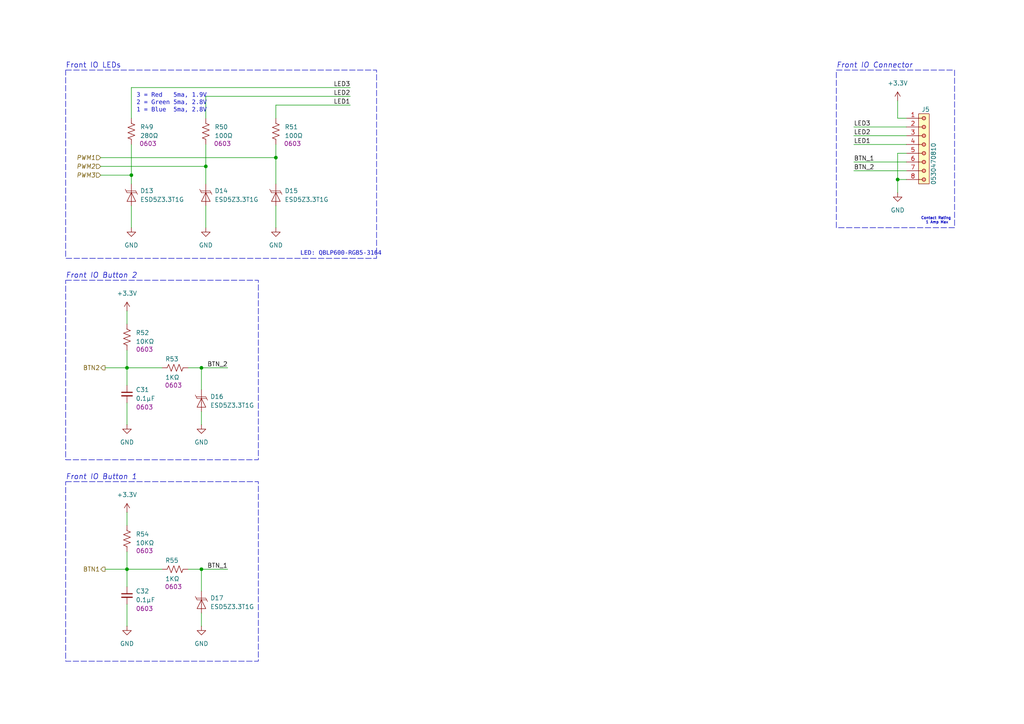
<source format=kicad_sch>
(kicad_sch (version 20250114) (generator "eeschema") (generator_version "9.0")
  (paper "A4")
  (title_block (title "Lark Print Engine") (date "2025-10-08") (rev "01.00.01") (comment 1 "Thermal Print Engine") (comment 2 "Designer: HamSlices") (comment 3 "The Lark Project"))
  (lib_symbols
    (symbol "Molex:0530470810" (pin_names (offset 1.016) (hide yes))
      (property "Reference" "J" (at -1.27 2.286 0))
      (property "Value" "0530470810" (at 0.508 -20.828 0))
      (symbol "0530470810_0_1"
        (polyline (pts (xy 0.508 0) (xy 1.27 0)))
        (polyline (pts (xy 0.508 -5.08) (xy 1.27 -5.08)))
        (polyline (pts (xy 0.508 -10.16) (xy 1.27 -10.16)))
        (polyline (pts (xy 0.508 -15.24) (xy 1.27 -15.24)))
        (polyline (pts (xy 1.27 -2.54) (xy 0.508 -2.54)))
        (polyline (pts (xy 1.27 -7.62) (xy 0.508 -7.62)))
        (polyline (pts (xy 1.27 -12.7) (xy 0.508 -12.7)))
        (polyline (pts (xy 1.27 -17.78) (xy 0.508 -17.78)))
      )
      (symbol "0530470810_1_1"
        (rectangle (start -1.524 1.27) (end 1.524 -19.05) (fill (type background)))
        (circle (center 0 0) (radius 0.508) (fill (type color) (color 255 170 149 1)))
        (circle (center 0 -2.54) (radius 0.508) (fill (type color) (color 255 169 150 1)))
        (circle (center 0 -5.08) (radius 0.508) (fill (type color) (color 255 170 149 1)))
        (circle (center 0 -7.62) (radius 0.508) (fill (type color) (color 255 169 150 1)))
        (circle (center 0 -10.16) (radius 0.508) (fill (type color) (color 255 170 149 1)))
        (circle (center 0 -12.7) (radius 0.508) (fill (type color) (color 255 169 150 1)))
        (circle (center 0 -15.24) (radius 0.508) (fill (type color) (color 255 170 149 1)))
        (circle (center 0 -17.78) (radius 0.508) (fill (type color) (color 255 169 150 1)))
        (pin passive line (at 5.08 0 180) (length 3.81) (name "Pin_1") (number "1"))
        (pin passive line (at 5.08 -2.54 180) (length 3.81) (name "Pin_2") (number "2"))
        (pin passive line (at 5.08 -5.08 180) (length 3.81) (name "Pin_3") (number "3"))
        (pin passive line (at 5.08 -7.62 180) (length 3.81) (name "Pin_4") (number "4"))
        (pin passive line (at 5.08 -10.16 180) (length 3.81) (name "Pin_5") (number "5"))
        (pin passive line (at 5.08 -12.7 180) (length 3.81) (name "Pin_6") (number "6"))
        (pin passive line (at 5.08 -15.24 180) (length 3.81) (name "Pin_7") (number "7"))
        (pin passive line (at 5.08 -17.78 180) (length 3.81) (name "Pin_8") (number "8"))
      )
    )
    (symbol "Murata Electronics:Capacitor" (pin_numbers (hide yes)) (pin_names (offset 0.254) (hide yes))
      (property "Reference" "C" (at 0.254 1.778 0))
      (property "Value" "Capacitor" (at 0.254 -2.032 0))
      (symbol "Capacitor_0_1"
        (polyline (pts (xy -1.524 0.508) (xy 1.524 0.508)) (stroke (width 0.3048)))
        (polyline (pts (xy -1.524 -0.508) (xy 1.524 -0.508)) (stroke (width 0.3302)))
      )
      (symbol "Capacitor_1_1"
        (pin passive line (at 0 2.54 270) (length 2.032) (name "~") (number "1"))
        (pin passive line (at 0 -2.54 90) (length 2.032) (name "~") (number "2"))
      )
    )
    (symbol "Stackpole:Resistor" (pin_numbers (hide yes)) (pin_names (offset 0))
      (property "Reference" "R" (at 2.54 0 90))
      (property "Value" "Resistor" (at -2.54 0 90))
      (symbol "Resistor_0_1"
        (polyline (pts (xy 0 2.286) (xy 0 2.54)))
        (polyline (pts (xy 0 2.286) (xy 1.016 1.905) (xy 0 1.524) (xy -1.016 1.143) (xy 0 0.762)))
        (polyline (pts (xy 0 0.762) (xy 1.016 0.381) (xy 0 0) (xy -1.016 -0.381) (xy 0 -0.762)))
        (polyline (pts (xy 0 -0.762) (xy 1.016 -1.143) (xy 0 -1.524) (xy -1.016 -1.905) (xy 0 -2.286)))
        (polyline (pts (xy 0 -2.286) (xy 0 -2.54)))
      )
      (symbol "Resistor_1_1"
        (pin passive line (at 0 3.81 270) (length 1.27) (name "~") (number "1"))
        (pin passive line (at 0 -3.81 90) (length 1.27) (name "~") (number "2"))
      )
    )
    (symbol "onsemi:ESD5Z3.3T1G" (pin_numbers (hide yes)) (pin_names (offset 1.016) (hide yes))
      (property "Reference" "D" (at 0 2.54 0))
      (property "Value" "ESD5Z3.3T1G" (at 0 -3.048 0))
      (symbol "ESD5Z3.3T1G_0_1"
        (polyline (pts (xy 0 0) (xy -2.54 1.27) (xy -2.54 -1.27) (xy 0 0)))
      )
      (symbol "ESD5Z3.3T1G_1_1"
        (polyline (pts (xy -1.27 0) (xy 0 0)))
        (polyline (pts (xy 0 1.27) (xy 0 -1.524)) (stroke (width 0.127)))
        (polyline (pts (xy 0 1.27) (xy 1.016 1.778)) (stroke (width 0.127)))
        (polyline (pts (xy 0.508 1.524) (xy 0.508 -1.27)) (stroke (width 0.127)))
        (polyline (pts (xy 0.508 -1.27) (xy -0.508 -1.778)) (stroke (width 0.127)))
        (pin passive line (at -3.81 0 0) (length 2.54) (name "Anode") (number "2"))
        (pin passive line (at 2.54 0 180) (length 2.54) (name "Cathode") (number "1"))
      )
    )
    (symbol "power:+3.3V" (power) (pin_numbers (hide yes)) (pin_names (offset 0) (hide yes))
      (property "Value" "+3.3V" (at 0 3.556 0))
      (symbol "+3.3V_0_1"
        (polyline (pts (xy -0.762 1.27) (xy 0 2.54)))
        (polyline (pts (xy 0 2.54) (xy 0.762 1.27)))
        (polyline (pts (xy 0 0) (xy 0 2.54)))
      )
      (symbol "+3.3V_1_1"
        (pin power_in line (at 0 0 90) (length 0) (name "~") (number "1"))
      )
    )
    (symbol "power:GND" (power) (pin_numbers (hide yes)) (pin_names (offset 0) (hide yes))
      (property "Value" "GND" (at 0 -3.81 0))
      (symbol "GND_0_1"
        (polyline (pts (xy 0 0) (xy 0 -1.27) (xy 1.27 -1.27) (xy 0 -2.54) (xy -1.27 -1.27) (xy 0 -1.27)))
      )
      (symbol "GND_1_1"
        (pin power_in line (at 0 0 270) (length 0) (name "~") (number "1"))
      )
    )
  )
  (rectangle (start 19.05 139.7) (end 74.93 191.77) (stroke (width 0) (type dash)))
  (rectangle (start 19.05 81.28) (end 74.93 133.35) (stroke (width 0) (type dash)))
  (rectangle (start 242.57 20.32) (end 276.86 66.04) (stroke (width 0) (type dash)))
  (rectangle (start 19.05 20.32) (end 109.22 74.93) (stroke (width 0) (type dash)))
  (text "Contact Rating \n1 Amp Max" (at 271.78 64.008 0) (effects (font (size 0.762 0.762))))
  (text "Front IO Connector" (at 242.57 19.05 0) (effects (font (size 1.524 1.524) (italic yes)) (justify left)))
  (text "Front IO Button 1" (at 19.05 138.43 0) (effects (font (size 1.524 1.524) (italic yes)) (justify left)))
  (text "Front IO Button 2" (at 19.05 80.01 0) (effects (font (size 1.524 1.524) (italic yes)) (justify left)))
  (text "LED: QBLP600-RGB5-3164" (at 87.122 73.914 0) (effects (font (size 1.27 1.27)) (justify left)))
  (text "Front IO LEDs" (at 19.05 19.05 0) (effects (font (size 1.524 1.524)) (justify left)))
  (text "3 = Red   5ma, 1.9V\n2 = Green 5ma, 2.8V\n1 = Blue  5ma, 2.8V" (at 39.624 30.226 0) (effects (font (size 1.27 1.27)) (justify left)))
  (junction (at 59.69 48.26))
  (junction (at 80.01 45.72))
  (junction (at 58.42 106.68))
  (junction (at 260.35 52.07))
  (junction (at 58.42 165.1))
  (junction (at 36.83 106.68))
  (junction (at 38.1 50.8))
  (junction (at 36.83 165.1))
  (wire (pts (xy 36.83 165.1) (xy 46.99 165.1)))
  (wire (pts (xy 29.21 50.8) (xy 38.1 50.8)))
  (wire (pts (xy 36.83 160.02) (xy 36.83 165.1)))
  (wire (pts (xy 58.42 165.1) (xy 58.42 171.45)))
  (wire (pts (xy 58.42 177.8) (xy 58.42 181.61)))
  (wire (pts (xy 262.89 44.45) (xy 260.35 44.45)))
  (wire (pts (xy 36.83 101.6) (xy 36.83 106.68)))
  (wire (pts (xy 54.61 106.68) (xy 58.42 106.68)))
  (wire (pts (xy 59.69 59.69) (xy 59.69 66.04)))
  (wire (pts (xy 38.1 34.29) (xy 38.1 25.4)))
  (wire (pts (xy 36.83 116.84) (xy 36.83 123.19)))
  (wire (pts (xy 247.65 41.91) (xy 262.89 41.91)))
  (wire (pts (xy 30.48 165.1) (xy 36.83 165.1)))
  (wire (pts (xy 247.65 46.99) (xy 262.89 46.99)))
  (wire (pts (xy 260.35 55.88) (xy 260.35 52.07)))
  (wire (pts (xy 36.83 90.17) (xy 36.83 93.98)))
  (wire (pts (xy 36.83 106.68) (xy 46.99 106.68)))
  (wire (pts (xy 80.01 41.91) (xy 80.01 45.72)))
  (wire (pts (xy 247.65 39.37) (xy 262.89 39.37)))
  (wire (pts (xy 260.35 44.45) (xy 260.35 52.07)))
  (wire (pts (xy 38.1 50.8) (xy 38.1 53.34)))
  (wire (pts (xy 247.65 36.83) (xy 262.89 36.83)))
  (wire (pts (xy 80.01 30.48) (xy 101.6 30.48)))
  (wire (pts (xy 58.42 106.68) (xy 66.04 106.68)))
  (wire (pts (xy 247.65 49.53) (xy 262.89 49.53)))
  (wire (pts (xy 80.01 59.69) (xy 80.01 66.04)))
  (wire (pts (xy 260.35 34.29) (xy 262.89 34.29)))
  (wire (pts (xy 59.69 41.91) (xy 59.69 48.26)))
  (wire (pts (xy 80.01 34.29) (xy 80.01 30.48)))
  (wire (pts (xy 38.1 41.91) (xy 38.1 50.8)))
  (wire (pts (xy 36.83 106.68) (xy 36.83 111.76)))
  (wire (pts (xy 38.1 59.69) (xy 38.1 66.04)))
  (wire (pts (xy 36.83 165.1) (xy 36.83 170.18)))
  (wire (pts (xy 59.69 48.26) (xy 59.69 53.34)))
  (wire (pts (xy 260.35 29.21) (xy 260.35 34.29)))
  (wire (pts (xy 58.42 106.68) (xy 58.42 113.03)))
  (wire (pts (xy 38.1 25.4) (xy 101.6 25.4)))
  (wire (pts (xy 260.35 52.07) (xy 262.89 52.07)))
  (wire (pts (xy 36.83 175.26) (xy 36.83 181.61)))
  (wire (pts (xy 36.83 148.59) (xy 36.83 152.4)))
  (wire (pts (xy 54.61 165.1) (xy 58.42 165.1)))
  (wire (pts (xy 29.21 45.72) (xy 80.01 45.72)))
  (wire (pts (xy 59.69 34.29) (xy 59.69 27.94)))
  (wire (pts (xy 30.48 106.68) (xy 36.83 106.68)))
  (wire (pts (xy 80.01 45.72) (xy 80.01 53.34)))
  (wire (pts (xy 59.69 27.94) (xy 101.6 27.94)))
  (wire (pts (xy 58.42 119.38) (xy 58.42 123.19)))
  (wire (pts (xy 29.21 48.26) (xy 59.69 48.26)))
  (wire (pts (xy 58.42 165.1) (xy 66.04 165.1)))
  (label "LED3" (at 247.65 36.83 0))
  (label "BTN_1" (at 66.04 165.1 180))
  (label "LED3" (at 101.6 25.4 180))
  (label "BTN_2" (at 247.65 49.53 0))
  (label "LED1" (at 247.65 41.91 0))
  (label "BTN_2" (at 66.04 106.68 180))
  (label "LED2" (at 247.65 39.37 0))
  (label "LED1" (at 101.6 30.48 180))
  (label "BTN_1" (at 247.65 46.99 0))
  (label "LED2" (at 101.6 27.94 180))
  (hierarchical_label "BTN2" (shape output) (at 30.48 106.68 180))
  (hierarchical_label "PWM3" (shape input) (at 29.21 50.8 180) (effects (font (italic yes))))
  (hierarchical_label "PWM2" (shape input) (at 29.21 48.26 180) (effects (font (italic yes))))
  (hierarchical_label "BTN1" (shape output) (at 30.48 165.1 180))
  (hierarchical_label "PWM1" (shape input) (at 29.21 45.72 180) (effects (font (italic yes))))
  (symbol (lib_id "power:GND") (at 36.83 123.19 0) (unit 1)
    (property "Reference" "#PWR0144" (effects (hide yes)))
    (property "Value" "GND" (at 36.83 128.27 0))
    (property "Description" "Power symbol creates a global label with name \"GND\" , ground" (effects (hide yes)))
  )
  (symbol (lib_id "power:GND") (at 80.01 66.04 0) (unit 1)
    (property "Reference" "#PWR0142" (effects (hide yes)))
    (property "Value" "GND" (at 80.01 71.12 0))
    (property "Description" "Power symbol creates a global label with name \"GND\" , ground" (effects (hide yes)))
  )
  (symbol (lib_id "Stackpole:Resistor") (at 50.8 106.68 90) (unit 1)
    (property "Reference" "R53" (at 51.816 104.14 90) (effects (justify left)))
    (property "Value" "1KΩ" (at 52.07 109.474 90) (effects (justify left)))
    (property "Footprint" "Stackpole:R_0603" (effects (hide yes)))
    (property "Description" "Resistor, US symbol" (effects (hide yes)))
    (property "Power" "1/10W" (effects (hide yes)))
    (property "Case" "0603" (at 50.292 111.76 90))
    (property "MPN" "RMCF0603FG1K00" (effects (hide yes)))
  )
  (symbol (lib_id "power:GND") (at 36.83 181.61 0) (unit 1)
    (property "Reference" "#PWR0147" (effects (hide yes)))
    (property "Value" "GND" (at 36.83 186.69 0))
    (property "Description" "Power symbol creates a global label with name \"GND\" , ground" (effects (hide yes)))
  )
  (symbol (lib_id "onsemi:ESD5Z3.3T1G") (at 58.42 173.99 90) (unit 1)
    (property "Reference" "D17" (at 60.96 173.4501 90) (effects (justify right)))
    (property "Value" "ESD5Z3.3T1G" (at 60.96 175.9901 90) (effects (justify right)))
    (property "Footprint" "onsemi:ESD5Z3.3T1G" (effects (hide yes)))
    (property "Datasheet" "https://www.onsemi.com/pdf/datasheet/esd5z2.5t1-d.pdf" (effects (hide yes)))
    (property "Description" "Bidirectional transient-voltage-suppression diode" (effects (hide yes)))
    (property "MPN" "ESD5Z3.3T1G" (effects (hide yes)))
  )
  (symbol (lib_id "onsemi:ESD5Z3.3T1G") (at 59.69 55.88 90) (unit 1)
    (property "Reference" "D14" (at 62.23 55.3401 90) (effects (justify right)))
    (property "Value" "ESD5Z3.3T1G" (at 62.23 57.8801 90) (effects (justify right)))
    (property "Footprint" "onsemi:ESD5Z3.3T1G" (effects (hide yes)))
    (property "Datasheet" "https://www.onsemi.com/pdf/datasheet/esd5z2.5t1-d.pdf" (effects (hide yes)))
    (property "Description" "Bidirectional transient-voltage-suppression diode" (effects (hide yes)))
    (property "MPN" "ESD5Z3.3T1G" (effects (hide yes)))
  )
  (symbol (lib_id "power:GND") (at 58.42 123.19 0) (unit 1)
    (property "Reference" "#PWR0145" (effects (hide yes)))
    (property "Value" "GND" (at 58.42 128.27 0))
    (property "Description" "Power symbol creates a global label with name \"GND\" , ground" (effects (hide yes)))
  )
  (symbol (lib_id "Stackpole:Resistor") (at 80.01 38.1 0) (unit 1)
    (property "Reference" "R51" (at 82.55 36.8299 0) (effects (justify left)))
    (property "Value" "100Ω" (at 82.55 39.3699 0) (effects (justify left)))
    (property "Footprint" "Stackpole:R_0603" (effects (hide yes)))
    (property "Description" "Resistor, US symbol" (effects (hide yes)))
    (property "Power" "1/10W" (effects (hide yes)))
    (property "Case" "0603" (at 84.836 41.656 0))
    (property "MPN" "RMCF0603FG100R" (effects (hide yes)))
  )
  (symbol (lib_id "onsemi:ESD5Z3.3T1G") (at 80.01 55.88 90) (unit 1)
    (property "Reference" "D15" (at 82.55 55.3401 90) (effects (justify right)))
    (property "Value" "ESD5Z3.3T1G" (at 82.55 57.8801 90) (effects (justify right)))
    (property "Footprint" "onsemi:ESD5Z3.3T1G" (effects (hide yes)))
    (property "Datasheet" "https://www.onsemi.com/pdf/datasheet/esd5z2.5t1-d.pdf" (effects (hide yes)))
    (property "Description" "Bidirectional transient-voltage-suppression diode" (effects (hide yes)))
    (property "MPN" "ESD5Z3.3T1G" (effects (hide yes)))
  )
  (symbol (lib_id "Stackpole:Resistor") (at 50.8 165.1 90) (unit 1)
    (property "Reference" "R55" (at 51.816 162.56 90) (effects (justify left)))
    (property "Value" "1KΩ" (at 52.07 167.894 90) (effects (justify left)))
    (property "Footprint" "Stackpole:R_0603" (effects (hide yes)))
    (property "Description" "Resistor, US symbol" (effects (hide yes)))
    (property "Power" "1/10W" (effects (hide yes)))
    (property "Case" "0603" (at 50.292 170.18 90))
    (property "MPN" "RMCF0603FG1K00" (effects (hide yes)))
  )
  (symbol (lib_id "Murata Electronics:Capacitor") (at 36.83 172.72 0) (unit 1)
    (property "Reference" "C32" (at 39.37 171.4562 0) (effects (justify left)))
    (property "Value" "0.1µF" (at 39.37 173.9962 0) (effects (justify left)))
    (property "Footprint" "Murata Electronics:C_0603" (effects (hide yes)))
    (property "Description" "Unpolarized capacitor, small symbol" (effects (hide yes)))
    (property "Case" "0603" (at 41.91 176.53 0))
    (property "MPN" "GRM188R72A104MA35J" (effects (hide yes)))
  )
  (symbol (lib_id "Molex:0530470810") (at 267.97 34.29 0) (mirror y) (unit 1)
    (property "Reference" "J5" (at 268.478 31.75 0))
    (property "Value" "0530470810" (at 270.764 47.498 90))
    (property "Footprint" "Molex:0530470810" (effects (hide yes)))
    (property "Datasheet" "https://www.molex.com/pdm_docs/sd/530470810_sd.pdf" (effects (hide yes)))
    (property "Description" "Connector Header Through Hole 8 position 0.049\" (1.25mm)" (effects (hide yes)))
    (property "MPN" "0530470810" (effects (hide yes)))
  )
  (symbol (lib_id "power:GND") (at 58.42 181.61 0) (unit 1)
    (property "Reference" "#PWR0148" (effects (hide yes)))
    (property "Value" "GND" (at 58.42 186.69 0))
    (property "Description" "Power symbol creates a global label with name \"GND\" , ground" (effects (hide yes)))
  )
  (symbol (lib_id "Murata Electronics:Capacitor") (at 36.83 114.3 0) (unit 1)
    (property "Reference" "C31" (at 39.37 113.0362 0) (effects (justify left)))
    (property "Value" "0.1µF" (at 39.37 115.5762 0) (effects (justify left)))
    (property "Footprint" "Murata Electronics:C_0603" (effects (hide yes)))
    (property "Description" "Unpolarized capacitor, small symbol" (effects (hide yes)))
    (property "Case" "0603" (at 41.91 118.11 0))
    (property "MPN" "GRM188R72A104MA35J" (effects (hide yes)))
  )
  (symbol (lib_id "power:GND") (at 38.1 66.04 0) (unit 1)
    (property "Reference" "#PWR0140" (effects (hide yes)))
    (property "Value" "GND" (at 38.1 71.12 0))
    (property "Description" "Power symbol creates a global label with name \"GND\" , ground" (effects (hide yes)))
  )
  (symbol (lib_id "power:GND") (at 260.35 55.88 0) (unit 1)
    (property "Reference" "#PWR0139" (effects (hide yes)))
    (property "Value" "GND" (at 260.35 60.96 0))
    (property "Description" "Power symbol creates a global label with name \"GND\" , ground" (effects (hide yes)))
  )
  (symbol (lib_id "Stackpole:Resistor") (at 59.69 38.1 0) (unit 1)
    (property "Reference" "R50" (at 62.23 36.8299 0) (effects (justify left)))
    (property "Value" "100Ω" (at 62.23 39.3699 0) (effects (justify left)))
    (property "Footprint" "Stackpole:R_0603" (effects (hide yes)))
    (property "Description" "Resistor, US symbol" (effects (hide yes)))
    (property "Power" "1/10W" (effects (hide yes)))
    (property "Case" "0603" (at 64.516 41.656 0))
    (property "MPN" "RMCF0603FG100R" (effects (hide yes)))
  )
  (symbol (lib_id "power:GND") (at 59.69 66.04 0) (unit 1)
    (property "Reference" "#PWR0141" (effects (hide yes)))
    (property "Value" "GND" (at 59.69 71.12 0))
    (property "Description" "Power symbol creates a global label with name \"GND\" , ground" (effects (hide yes)))
  )
  (symbol (lib_id "onsemi:ESD5Z3.3T1G") (at 58.42 115.57 90) (unit 1)
    (property "Reference" "D16" (at 60.96 115.0301 90) (effects (justify right)))
    (property "Value" "ESD5Z3.3T1G" (at 60.96 117.5701 90) (effects (justify right)))
    (property "Footprint" "onsemi:ESD5Z3.3T1G" (effects (hide yes)))
    (property "Datasheet" "https://www.onsemi.com/pdf/datasheet/esd5z2.5t1-d.pdf" (effects (hide yes)))
    (property "Description" "Bidirectional transient-voltage-suppression diode" (effects (hide yes)))
    (property "MPN" "ESD5Z3.3T1G" (effects (hide yes)))
  )
  (symbol (lib_id "power:+3.3V") (at 36.83 148.59 0) (unit 1)
    (property "Reference" "#PWR0146" (effects (hide yes)))
    (property "Value" "+3.3V" (at 36.83 143.51 0))
    (property "Description" "Power symbol creates a global label with name \"+3.3V\"" (effects (hide yes)))
  )
  (symbol (lib_id "Stackpole:Resistor") (at 38.1 38.1 0) (unit 1)
    (property "Reference" "R49" (at 40.64 36.8299 0) (effects (justify left)))
    (property "Value" "280Ω" (at 40.64 39.3699 0) (effects (justify left)))
    (property "Footprint" "Stackpole:R_0603" (effects (hide yes)))
    (property "Description" "Resistor, US symbol" (effects (hide yes)))
    (property "Power" "1/10W" (effects (hide yes)))
    (property "Case" "0603" (at 42.926 41.656 0))
    (property "MPN" "RMCF0603FT280R" (effects (hide yes)))
  )
  (symbol (lib_id "Stackpole:Resistor") (at 36.83 156.21 0) (unit 1)
    (property "Reference" "R54" (at 39.37 154.9399 0) (effects (justify left)))
    (property "Value" "10KΩ" (at 39.37 157.4799 0) (effects (justify left)))
    (property "Footprint" "Stackpole:R_0603" (effects (hide yes)))
    (property "Description" "Resistor, US symbol" (effects (hide yes)))
    (property "Power" "1/10W" (effects (hide yes)))
    (property "Case" "0603" (at 41.91 159.766 0))
    (property "MPN" "RMCF0603FG10K0" (effects (hide yes)))
  )
  (symbol (lib_id "power:+3.3V") (at 260.35 29.21 0) (unit 1)
    (property "Reference" "#PWR0138" (effects (hide yes)))
    (property "Value" "+3.3V" (at 260.35 24.13 0))
    (property "Description" "Power symbol creates a global label with name \"+3.3V\"" (effects (hide yes)))
  )
  (symbol (lib_id "power:+3.3V") (at 36.83 90.17 0) (unit 1)
    (property "Reference" "#PWR0143" (effects (hide yes)))
    (property "Value" "+3.3V" (at 36.83 85.09 0))
    (property "Description" "Power symbol creates a global label with name \"+3.3V\"" (effects (hide yes)))
  )
  (symbol (lib_id "onsemi:ESD5Z3.3T1G") (at 38.1 55.88 90) (unit 1)
    (property "Reference" "D13" (at 40.64 55.3401 90) (effects (justify right)))
    (property "Value" "ESD5Z3.3T1G" (at 40.64 57.8801 90) (effects (justify right)))
    (property "Footprint" "onsemi:ESD5Z3.3T1G" (effects (hide yes)))
    (property "Datasheet" "https://www.onsemi.com/pdf/datasheet/esd5z2.5t1-d.pdf" (effects (hide yes)))
    (property "Description" "Bidirectional transient-voltage-suppression diode" (effects (hide yes)))
    (property "MPN" "ESD5Z3.3T1G" (effects (hide yes)))
  )
  (symbol (lib_id "Stackpole:Resistor") (at 36.83 97.79 0) (unit 1)
    (property "Reference" "R52" (at 39.37 96.5199 0) (effects (justify left)))
    (property "Value" "10KΩ" (at 39.37 99.0599 0) (effects (justify left)))
    (property "Footprint" "Stackpole:R_0603" (effects (hide yes)))
    (property "Description" "Resistor, US symbol" (effects (hide yes)))
    (property "Power" "1/10W" (effects (hide yes)))
    (property "Case" "0603" (at 41.91 101.346 0))
    (property "MPN" "RMCF0603FG10K0" (effects (hide yes)))
  )
)
</source>
